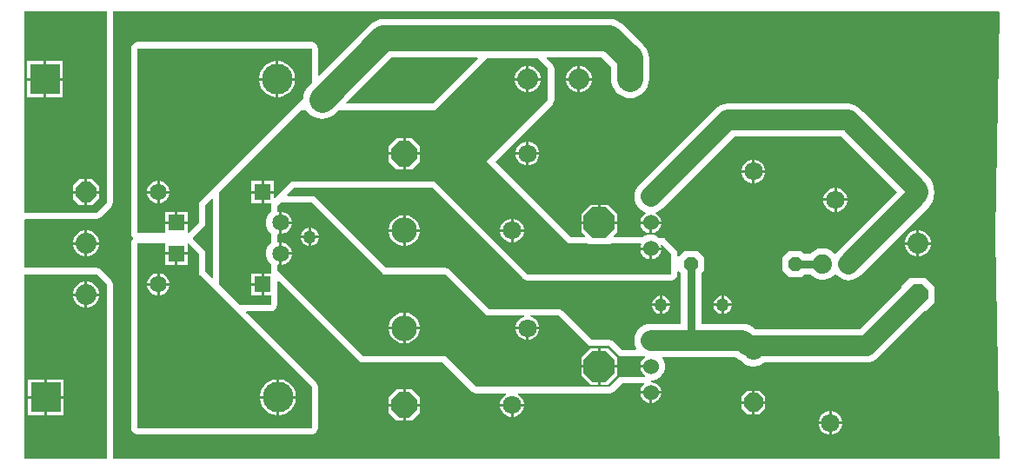
<source format=gbl>
G04*
G04 #@! TF.GenerationSoftware,Altium Limited,Altium Designer,21.6.4 (81)*
G04*
G04 Layer_Physical_Order=2*
G04 Layer_Color=16711680*
%FSLAX25Y25*%
%MOIN*%
G70*
G04*
G04 #@! TF.SameCoordinates,808F6F8F-79D6-47D4-AB02-9EDB2B229DA2*
G04*
G04*
G04 #@! TF.FilePolarity,Positive*
G04*
G01*
G75*
%ADD10C,0.09843*%
%ADD11C,0.07874*%
%ADD12C,0.03150*%
%ADD13R,0.11811X0.11811*%
%ADD14C,0.11811*%
%ADD15P,0.12784X8X112.5*%
%ADD16C,0.09843*%
%ADD17P,0.10653X8X292.5*%
%ADD18C,0.07400*%
%ADD19R,0.06496X0.06496*%
%ADD20C,0.06496*%
%ADD21C,0.06000*%
%ADD22P,0.05629X8X22.5*%
%ADD23C,0.08000*%
%ADD24P,0.08659X8X202.5*%
%ADD25P,0.08659X8X292.5*%
%ADD26C,0.07087*%
%ADD27P,0.07671X8X292.5*%
%ADD28C,0.05000*%
G36*
X31490Y171629D02*
X31496Y171626D01*
Y98425D01*
X27559Y94488D01*
X354D01*
X0Y94842D01*
X28Y171629D01*
X31490D01*
D02*
G37*
G36*
X374009Y171297D02*
X372441Y86178D01*
X374009Y357D01*
X373659Y0D01*
X33904D01*
Y66929D01*
X33721Y67851D01*
X33199Y68632D01*
X29262Y72569D01*
X28481Y73091D01*
X27559Y73275D01*
X0D01*
Y91760D01*
X354Y92080D01*
X27559D01*
X28481Y92263D01*
X29262Y92785D01*
X33199Y96722D01*
X33721Y97504D01*
X33904Y98425D01*
Y171626D01*
X33927Y171654D01*
X373659D01*
X374009Y171297D01*
D02*
G37*
G36*
X31496Y66929D02*
Y0D01*
X0D01*
Y70866D01*
X27559D01*
X31496Y66929D01*
D02*
G37*
%LPC*%
G36*
X14780Y152575D02*
X8374D01*
Y146169D01*
X14780D01*
Y152575D01*
D02*
G37*
G36*
X7374D02*
X969D01*
Y146169D01*
X7374D01*
Y152575D01*
D02*
G37*
G36*
X14780Y145169D02*
X8374D01*
Y138764D01*
X14780D01*
Y145169D01*
D02*
G37*
G36*
X7374D02*
X969D01*
Y138764D01*
X7374D01*
Y145169D01*
D02*
G37*
G36*
X26122Y107362D02*
X24122D01*
Y102862D01*
X28622D01*
Y104862D01*
X26122Y107362D01*
D02*
G37*
G36*
X23122D02*
X21122D01*
X18622Y104862D01*
Y102862D01*
X23122D01*
Y107362D01*
D02*
G37*
G36*
X28622Y101862D02*
X24122D01*
Y97362D01*
X26122D01*
X28622Y99862D01*
Y101862D01*
D02*
G37*
G36*
X23122D02*
X18622D01*
Y99862D01*
X21122Y97362D01*
X23122D01*
Y101862D01*
D02*
G37*
G36*
X224410Y168736D02*
X137795D01*
X136367Y168595D01*
X134994Y168179D01*
X133729Y167503D01*
X132620Y166592D01*
X113107Y147079D01*
X112645Y147270D01*
Y157480D01*
X112461Y158402D01*
X111939Y159183D01*
X111158Y159705D01*
X110236Y159889D01*
X43307D01*
X42385Y159705D01*
X41604Y159183D01*
X41082Y158402D01*
X40899Y157480D01*
Y86614D01*
X41082Y85693D01*
X41572Y84960D01*
X41627Y84788D01*
Y84503D01*
X41572Y84332D01*
X41082Y83599D01*
X40899Y82677D01*
Y11811D01*
X41082Y10889D01*
X41604Y10108D01*
X42385Y9586D01*
X43307Y9403D01*
X110236D01*
X111158Y9586D01*
X111939Y10108D01*
X112461Y10889D01*
X112645Y11811D01*
Y27559D01*
X112461Y28481D01*
X111939Y29262D01*
X85017Y56185D01*
X85208Y56647D01*
X94488D01*
X95410Y56830D01*
X96191Y57352D01*
X96713Y58133D01*
X96897Y59055D01*
Y61319D01*
X96976D01*
Y68256D01*
X97438Y68447D01*
X128218Y37667D01*
X129000Y37145D01*
X129921Y36962D01*
X160420D01*
X171525Y25856D01*
X172307Y25334D01*
X173228Y25151D01*
X184683D01*
X184817Y24651D01*
X184218Y24305D01*
X183372Y23459D01*
X182774Y22423D01*
X182465Y21267D01*
Y21169D01*
X187008D01*
X191551D01*
Y21267D01*
X191242Y22423D01*
X190643Y23459D01*
X189797Y24305D01*
X189199Y24651D01*
X189333Y25151D01*
X224410D01*
X225331Y25334D01*
X226113Y25856D01*
X229344Y29088D01*
X237487D01*
X237629Y28787D01*
X237655Y28588D01*
X236957Y27889D01*
X236430Y26977D01*
X236157Y25960D01*
Y25933D01*
X240158D01*
X244158D01*
Y25960D01*
X243885Y26977D01*
X243358Y27889D01*
X242614Y28634D01*
X241701Y29160D01*
X240684Y29433D01*
X240424D01*
X240157Y29933D01*
X240249Y30071D01*
X240863D01*
X242227Y30436D01*
X243450Y31142D01*
X244448Y32141D01*
X245154Y33363D01*
X245520Y34727D01*
Y36139D01*
X245154Y37503D01*
X244519Y38603D01*
X244715Y39103D01*
X272811D01*
X273083Y38831D01*
X274043Y38044D01*
X274962Y37553D01*
X275763Y36751D01*
X276730Y36105D01*
X277805Y35660D01*
X278946Y35433D01*
X280109D01*
X281250Y35660D01*
X282325Y36105D01*
X283292Y36751D01*
X283518Y36977D01*
X322835D01*
X324069Y37099D01*
X325257Y37459D01*
X326351Y38044D01*
X327310Y38831D01*
X345109Y56630D01*
X345701D01*
X348882Y59811D01*
Y66173D01*
X345701Y69354D01*
X339339D01*
X336157Y66173D01*
Y65582D01*
X320213Y49637D01*
X280181D01*
X279909Y49909D01*
X278950Y50696D01*
X277855Y51281D01*
X276668Y51641D01*
X275433Y51763D01*
X259561D01*
Y71331D01*
X260553Y72322D01*
Y77284D01*
X258072Y79765D01*
X253110D01*
X250940Y77596D01*
X250440Y77803D01*
Y78740D01*
X250257Y79662D01*
X249734Y80443D01*
X246050Y84127D01*
X245760Y84322D01*
X245490Y84544D01*
X245372Y84581D01*
X245269Y84649D01*
X244926Y84718D01*
X244591Y84820D01*
X244468Y84809D01*
X244347Y84833D01*
X244004Y84764D01*
X243656Y84731D01*
X243592Y84712D01*
X243584Y84708D01*
X243450Y84842D01*
X242227Y85548D01*
X240863Y85913D01*
X239452D01*
X238088Y85548D01*
X237027Y84936D01*
X236890Y85004D01*
X236575Y85024D01*
X236266Y85086D01*
X226018Y85086D01*
X225827Y85548D01*
X227378Y87098D01*
Y90051D01*
X220472D01*
X213567D01*
Y87098D01*
X215118Y85548D01*
X214926Y85086D01*
X209659D01*
X180571Y114173D01*
X202490Y136092D01*
X203013Y136874D01*
X203196Y137795D01*
X203196Y149606D01*
X203012Y150528D01*
X202490Y151309D01*
X200163Y153637D01*
X200355Y154099D01*
X221378D01*
X224965Y150512D01*
Y145669D01*
X225105Y144241D01*
X225522Y142869D01*
X226198Y141603D01*
X227108Y140494D01*
Y140494D01*
X228217Y139584D01*
X229483Y138908D01*
X230856Y138491D01*
X232283Y138351D01*
X233711Y138491D01*
X235084Y138908D01*
X236350Y139584D01*
X237459Y140494D01*
X238369Y141603D01*
X239045Y142869D01*
X239461Y144241D01*
X239602Y145669D01*
Y153543D01*
X239461Y154971D01*
X239045Y156344D01*
X238369Y157609D01*
X237459Y158718D01*
X229585Y166592D01*
X228475Y167503D01*
X227210Y168179D01*
X225837Y168595D01*
X224410Y168736D01*
D02*
G37*
G36*
X213257Y150669D02*
X213098D01*
Y146169D01*
X217598D01*
Y146327D01*
X217258Y147599D01*
X216599Y148739D01*
X215669Y149670D01*
X214528Y150329D01*
X213257Y150669D01*
D02*
G37*
G36*
X212098D02*
X211940D01*
X210668Y150329D01*
X209528Y149670D01*
X208597Y148739D01*
X207939Y147599D01*
X207598Y146327D01*
Y146169D01*
X212098D01*
Y150669D01*
D02*
G37*
G36*
X217598Y145169D02*
X213098D01*
Y140669D01*
X213257D01*
X214528Y141010D01*
X215669Y141668D01*
X216599Y142599D01*
X217258Y143739D01*
X217598Y145011D01*
Y145169D01*
D02*
G37*
G36*
X212098D02*
X207598D01*
Y145011D01*
X207939Y143739D01*
X208597Y142599D01*
X209528Y141668D01*
X210668Y141010D01*
X211940Y140669D01*
X212098D01*
Y145169D01*
D02*
G37*
G36*
X193511Y121669D02*
X193413D01*
Y117626D01*
X197457D01*
Y117724D01*
X197147Y118880D01*
X196549Y119916D01*
X195703Y120762D01*
X194667Y121360D01*
X193511Y121669D01*
D02*
G37*
G36*
X192413D02*
X192315D01*
X191160Y121360D01*
X190124Y120762D01*
X189278Y119916D01*
X188680Y118880D01*
X188370Y117724D01*
Y117626D01*
X192413D01*
Y121669D01*
D02*
G37*
G36*
X197457Y116626D02*
X193413D01*
Y112583D01*
X193511D01*
X194667Y112892D01*
X195703Y113490D01*
X196549Y114336D01*
X197147Y115372D01*
X197457Y116528D01*
Y116626D01*
D02*
G37*
G36*
X192413D02*
X188370D01*
Y116528D01*
X188680Y115372D01*
X189278Y114336D01*
X190124Y113490D01*
X191160Y112892D01*
X192315Y112583D01*
X192413D01*
Y116626D01*
D02*
G37*
G36*
X280126Y114779D02*
X280028D01*
Y110736D01*
X284071D01*
Y110834D01*
X283761Y111990D01*
X283163Y113026D01*
X282317Y113872D01*
X281281Y114470D01*
X280126Y114779D01*
D02*
G37*
G36*
X279028D02*
X278929D01*
X277774Y114470D01*
X276738Y113872D01*
X275892Y113026D01*
X275294Y111990D01*
X274984Y110834D01*
Y110736D01*
X279028D01*
Y114779D01*
D02*
G37*
G36*
X284071Y109736D02*
X280028D01*
Y105693D01*
X280126D01*
X281281Y106002D01*
X282317Y106601D01*
X283163Y107447D01*
X283761Y108483D01*
X284071Y109638D01*
Y109736D01*
D02*
G37*
G36*
X279028D02*
X274984D01*
Y109638D01*
X275294Y108483D01*
X275892Y107447D01*
X276738Y106601D01*
X277774Y106002D01*
X278929Y105693D01*
X279028D01*
Y109736D01*
D02*
G37*
G36*
X311622Y103953D02*
X311524D01*
Y99910D01*
X315567D01*
Y100008D01*
X315257Y101163D01*
X314659Y102199D01*
X313813Y103045D01*
X312777Y103643D01*
X311622Y103953D01*
D02*
G37*
G36*
X310524D02*
X310425D01*
X309270Y103643D01*
X308234Y103045D01*
X307388Y102199D01*
X306790Y101163D01*
X306480Y100008D01*
Y99910D01*
X310524D01*
Y103953D01*
D02*
G37*
G36*
X315567Y98909D02*
X311524D01*
Y94866D01*
X311622D01*
X312777Y95176D01*
X313813Y95774D01*
X314659Y96620D01*
X315257Y97656D01*
X315567Y98811D01*
Y98909D01*
D02*
G37*
G36*
X310524D02*
X306480D01*
Y98811D01*
X306790Y97656D01*
X307388Y96620D01*
X308234Y95774D01*
X309270Y95176D01*
X310425Y94866D01*
X310524D01*
Y98909D01*
D02*
G37*
G36*
X223925Y97457D02*
X220972D01*
Y91051D01*
X227378D01*
Y94004D01*
X223925Y97457D01*
D02*
G37*
G36*
X219972D02*
X217020D01*
X213567Y94004D01*
Y91051D01*
X219972D01*
Y97457D01*
D02*
G37*
G36*
X244158Y90051D02*
X240657D01*
Y86551D01*
X240684D01*
X241701Y86824D01*
X242614Y87350D01*
X243358Y88095D01*
X243885Y89007D01*
X244158Y90025D01*
Y90051D01*
D02*
G37*
G36*
X239657D02*
X236157D01*
Y90025D01*
X236430Y89007D01*
X236957Y88095D01*
X237701Y87350D01*
X238614Y86824D01*
X239631Y86551D01*
X239657D01*
Y90051D01*
D02*
G37*
G36*
X343178Y87677D02*
X343020D01*
Y83177D01*
X347520D01*
Y83335D01*
X347179Y84607D01*
X346521Y85747D01*
X345590Y86678D01*
X344450Y87336D01*
X343178Y87677D01*
D02*
G37*
G36*
X342020D02*
X341861D01*
X340590Y87336D01*
X339450Y86678D01*
X338519Y85747D01*
X337860Y84607D01*
X337520Y83335D01*
Y83177D01*
X342020D01*
Y87677D01*
D02*
G37*
G36*
X24280D02*
X24122D01*
Y83177D01*
X28622D01*
Y83335D01*
X28281Y84607D01*
X27623Y85747D01*
X26692Y86678D01*
X25552Y87336D01*
X24280Y87677D01*
D02*
G37*
G36*
X23122D02*
X22964D01*
X21692Y87336D01*
X20552Y86678D01*
X19621Y85747D01*
X18963Y84607D01*
X18622Y83335D01*
Y83177D01*
X23122D01*
Y87677D01*
D02*
G37*
G36*
X269528Y136251D02*
X268293Y136129D01*
X267105Y135769D01*
X266011Y135184D01*
X265052Y134397D01*
X265052Y134397D01*
X235682Y105027D01*
X234894Y104068D01*
X234310Y102973D01*
X233949Y101786D01*
X233828Y100551D01*
X233949Y99316D01*
X234310Y98129D01*
X234894Y97035D01*
X235682Y96075D01*
X236641Y95288D01*
X237735Y94703D01*
X238138Y94581D01*
X238200Y94040D01*
X237701Y93752D01*
X236957Y93007D01*
X236430Y92095D01*
X236157Y91078D01*
Y91051D01*
X240158D01*
X244158D01*
Y91078D01*
X243885Y92095D01*
X243358Y93007D01*
X242614Y93752D01*
X242115Y94040D01*
X242177Y94581D01*
X242580Y94703D01*
X243674Y95288D01*
X244633Y96075D01*
X272149Y123592D01*
X313323D01*
X334592Y102323D01*
X311548Y79279D01*
X311170Y78818D01*
X310549Y78851D01*
X309888Y79512D01*
X308895Y80175D01*
X307792Y80632D01*
X306621Y80865D01*
X305427D01*
X304255Y80632D01*
X303152Y80175D01*
X302159Y79512D01*
X301421Y78774D01*
X299063D01*
X298072Y79765D01*
X293109D01*
X290628Y77284D01*
Y72322D01*
X293109Y69841D01*
X298072D01*
X299063Y70832D01*
X301421D01*
X302159Y70094D01*
X303152Y69431D01*
X304255Y68974D01*
X305427Y68741D01*
X306621D01*
X307792Y68974D01*
X308895Y69431D01*
X309888Y70094D01*
X310549Y70756D01*
X311170Y70788D01*
X311548Y70327D01*
X312507Y69540D01*
X313601Y68955D01*
X314789Y68595D01*
X316024Y68474D01*
X317259Y68595D01*
X318446Y68955D01*
X319540Y69540D01*
X320499Y70327D01*
X346932Y96760D01*
X346933Y96760D01*
X347720Y97720D01*
X348305Y98814D01*
X348665Y100001D01*
X348786Y101236D01*
X348786Y101236D01*
Y101256D01*
X348882Y101736D01*
Y102989D01*
X348775Y103527D01*
X348665Y104644D01*
X348305Y105832D01*
X347720Y106926D01*
X346933Y107885D01*
X346932Y107885D01*
X321405Y133413D01*
X320864Y133856D01*
X320421Y134397D01*
X319461Y135184D01*
X318367Y135769D01*
X317180Y136129D01*
X315945Y136251D01*
X269528D01*
X269528Y136251D01*
D02*
G37*
G36*
X347520Y82177D02*
X343020D01*
Y77677D01*
X343178D01*
X344450Y78018D01*
X345590Y78676D01*
X346521Y79607D01*
X347179Y80747D01*
X347520Y82019D01*
Y82177D01*
D02*
G37*
G36*
X342020D02*
X337520D01*
Y82019D01*
X337860Y80747D01*
X338519Y79607D01*
X339450Y78676D01*
X340590Y78018D01*
X341861Y77677D01*
X342020D01*
Y82177D01*
D02*
G37*
G36*
X28622Y82177D02*
X24122D01*
Y77677D01*
X24280D01*
X25552Y78018D01*
X26692Y78676D01*
X27623Y79607D01*
X28281Y80747D01*
X28622Y82019D01*
Y82177D01*
D02*
G37*
G36*
X23122D02*
X18622D01*
Y82019D01*
X18963Y80747D01*
X19621Y79607D01*
X20552Y78676D01*
X21692Y78018D01*
X22964Y77677D01*
X23122D01*
Y82177D01*
D02*
G37*
G36*
X268216Y62545D02*
Y59555D01*
X271206D01*
X270978Y60406D01*
X270517Y61204D01*
X269866Y61856D01*
X269068Y62317D01*
X268216Y62545D01*
D02*
G37*
G36*
X267216D02*
X266366Y62317D01*
X265567Y61856D01*
X264916Y61204D01*
X264455Y60406D01*
X264227Y59555D01*
X267216D01*
Y62545D01*
D02*
G37*
G36*
X271206Y58555D02*
X268216D01*
Y55566D01*
X269068Y55794D01*
X269866Y56254D01*
X270517Y56906D01*
X270978Y57704D01*
X271206Y58555D01*
D02*
G37*
G36*
X267216D02*
X264227D01*
X264455Y57704D01*
X264916Y56906D01*
X265567Y56254D01*
X266366Y55794D01*
X267216Y55566D01*
Y58555D01*
D02*
G37*
G36*
X281799Y26197D02*
X280028D01*
Y22153D01*
X284071D01*
Y23925D01*
X281799Y26197D01*
D02*
G37*
G36*
X279028D02*
X277256D01*
X274984Y23925D01*
Y22153D01*
X279028D01*
Y26197D01*
D02*
G37*
G36*
X244158Y24933D02*
X240657D01*
Y21433D01*
X240684D01*
X241701Y21706D01*
X242614Y22232D01*
X243358Y22977D01*
X243885Y23889D01*
X244158Y24906D01*
Y24933D01*
D02*
G37*
G36*
X239657D02*
X236157D01*
Y24906D01*
X236430Y23889D01*
X236957Y22977D01*
X237701Y22232D01*
X238614Y21706D01*
X239631Y21433D01*
X239657D01*
Y24933D01*
D02*
G37*
G36*
X148630Y26591D02*
X146169D01*
Y21169D01*
X151591D01*
Y23630D01*
X148630Y26591D01*
D02*
G37*
G36*
X145169D02*
X142709D01*
X139748Y23630D01*
Y21169D01*
X145169D01*
Y26591D01*
D02*
G37*
G36*
X284071Y21154D02*
X280028D01*
Y17110D01*
X281799D01*
X284071Y19382D01*
Y21154D01*
D02*
G37*
G36*
X279028D02*
X274984D01*
Y19382D01*
X277256Y17110D01*
X279028D01*
Y21154D01*
D02*
G37*
G36*
X191551Y20169D02*
X187508D01*
Y16126D01*
X187606D01*
X188761Y16436D01*
X189797Y17034D01*
X190643Y17880D01*
X191242Y18916D01*
X191551Y20071D01*
Y20169D01*
D02*
G37*
G36*
X186508D02*
X182465D01*
Y20071D01*
X182774Y18916D01*
X183372Y17880D01*
X184218Y17034D01*
X185254Y16436D01*
X186410Y16126D01*
X186508D01*
Y20169D01*
D02*
G37*
G36*
X151591D02*
X146169D01*
Y14748D01*
X148630D01*
X151591Y17709D01*
Y20169D01*
D02*
G37*
G36*
X145169D02*
X139748D01*
Y17709D01*
X142709Y14748D01*
X145169D01*
Y20169D01*
D02*
G37*
G36*
X309653Y18323D02*
X309555D01*
Y14279D01*
X313598D01*
Y14378D01*
X313289Y15533D01*
X312691Y16569D01*
X311845Y17415D01*
X310809Y18013D01*
X309653Y18323D01*
D02*
G37*
G36*
X308555D02*
X308457D01*
X307301Y18013D01*
X306265Y17415D01*
X305420Y16569D01*
X304821Y15533D01*
X304512Y14378D01*
Y14279D01*
X308555D01*
Y18323D01*
D02*
G37*
G36*
X313598Y13280D02*
X309555D01*
Y9236D01*
X309653D01*
X310809Y9546D01*
X311845Y10144D01*
X312691Y10990D01*
X313289Y12026D01*
X313598Y13181D01*
Y13280D01*
D02*
G37*
G36*
X308555D02*
X304512D01*
Y13181D01*
X304821Y12026D01*
X305420Y10990D01*
X306265Y10144D01*
X307301Y9546D01*
X308457Y9236D01*
X308555D01*
Y13280D01*
D02*
G37*
%LPD*%
G36*
X173853Y153637D02*
X156483Y136267D01*
X123648D01*
X123457Y136729D01*
X140827Y154099D01*
X173661D01*
X173853Y153637D01*
D02*
G37*
G36*
X196850Y153543D02*
X200787Y149606D01*
X200787Y137795D01*
X177165Y114173D01*
X208661Y82677D01*
X215945D01*
X216339Y82284D01*
X224606D01*
X225000Y82677D01*
X236266Y82677D01*
X236516Y82244D01*
X236430Y82095D01*
X236157Y81078D01*
Y81051D01*
X240158D01*
X244158D01*
Y81078D01*
X243885Y82095D01*
X244283Y82405D01*
X244347Y82424D01*
X248031Y78740D01*
Y70866D01*
X192913D01*
X157480Y106299D01*
X102362D01*
X96076Y100013D01*
X95614Y100205D01*
Y101862D01*
X91866D01*
Y98114D01*
X94488D01*
Y94733D01*
X93751Y93996D01*
X93012Y92717D01*
X92630Y91290D01*
Y89813D01*
X93012Y88386D01*
X93751Y87106D01*
X94488Y86369D01*
Y82922D01*
X93751Y82185D01*
X93012Y80906D01*
X92630Y79479D01*
Y78002D01*
X93012Y76575D01*
X93751Y75295D01*
X94488Y74558D01*
Y71177D01*
X91866D01*
Y66929D01*
Y62681D01*
X94488D01*
Y59055D01*
X82677D01*
X74803Y66929D01*
X74803Y102362D01*
X106299Y133858D01*
X108019D01*
X108088Y133729D01*
X108998Y132620D01*
X110107Y131710D01*
X111372Y131034D01*
X112745Y130617D01*
X114173Y130477D01*
X115601Y130617D01*
X116974Y131034D01*
X118239Y131710D01*
X119348Y132620D01*
X120586Y133858D01*
X157480D01*
X177165Y153543D01*
X196850Y153543D01*
D02*
G37*
G36*
X110236Y144209D02*
X108998Y142970D01*
X108998Y142970D01*
X108088Y141861D01*
X107412Y140596D01*
X106995Y139223D01*
X106915Y138411D01*
X66929Y98425D01*
Y90551D01*
X62992Y86614D01*
X62488D01*
Y90051D01*
X58240D01*
X53992D01*
Y86614D01*
X43307D01*
Y157480D01*
X110236D01*
Y144209D01*
D02*
G37*
G36*
X110236Y98425D02*
X137795Y70866D01*
X161417D01*
X177165Y55118D01*
X191794D01*
X191860Y54618D01*
X191160Y54431D01*
X190124Y53832D01*
X189278Y52987D01*
X188680Y51951D01*
X188370Y50795D01*
Y50697D01*
X192913D01*
X197457D01*
Y50795D01*
X197147Y51951D01*
X196549Y52987D01*
X195703Y53832D01*
X194667Y54431D01*
X193967Y54618D01*
X194033Y55118D01*
X204724D01*
X216535Y43307D01*
X224410D01*
X228346Y39370D01*
X237977D01*
X238110Y38870D01*
X237701Y38634D01*
X236957Y37889D01*
X236430Y36977D01*
X236157Y35960D01*
Y35933D01*
X240158D01*
Y34933D01*
X236157D01*
Y34907D01*
X236430Y33889D01*
X236957Y32977D01*
X237701Y32232D01*
X238110Y31996D01*
X237977Y31496D01*
X228346D01*
X224410Y27559D01*
X173228D01*
X161417Y39370D01*
X129921D01*
X96976Y72315D01*
Y72539D01*
X96897D01*
Y74185D01*
X97392Y74570D01*
X97681Y74492D01*
X97740D01*
Y78740D01*
Y82988D01*
X97681D01*
X97392Y82911D01*
X96897Y83296D01*
Y85996D01*
X97392Y86381D01*
X97681Y86303D01*
X97740D01*
Y90551D01*
Y94799D01*
X97681D01*
X97392Y94722D01*
X96897Y95107D01*
Y96752D01*
X96976D01*
Y96976D01*
X98425Y98425D01*
X110236Y98425D01*
D02*
G37*
G36*
X66929Y78740D02*
Y70866D01*
X110236Y27559D01*
Y11811D01*
X43307D01*
Y82677D01*
X53992D01*
Y79240D01*
X58240D01*
X62488D01*
Y82677D01*
X62992D01*
X66929Y78740D01*
D02*
G37*
G36*
X72395Y99831D02*
X72395Y69460D01*
X71933Y69269D01*
X69338Y71864D01*
Y78740D01*
X69154Y79662D01*
X68632Y80443D01*
X64737Y84338D01*
X64672Y84534D01*
Y84757D01*
X64737Y84953D01*
X68632Y88848D01*
X69154Y89630D01*
X69338Y90551D01*
Y97428D01*
X71933Y100023D01*
X72395Y99831D01*
D02*
G37*
G36*
X191210Y69163D02*
X191992Y68641D01*
X192913Y68458D01*
X248031D01*
X248953Y68641D01*
X249734Y69163D01*
X250257Y69944D01*
X250440Y70866D01*
Y71803D01*
X250940Y72010D01*
X251620Y71331D01*
Y51763D01*
X240158D01*
X238923Y51641D01*
X237735Y51281D01*
X236641Y50696D01*
X235682Y49909D01*
X234894Y48950D01*
X234310Y47855D01*
X233949Y46668D01*
X233828Y45433D01*
X233949Y44198D01*
X234310Y43011D01*
X234701Y42279D01*
X234401Y41779D01*
X229344D01*
X226113Y45010D01*
X225331Y45532D01*
X224410Y45716D01*
X217533D01*
X206428Y56821D01*
X205646Y57343D01*
X204724Y57527D01*
X194033D01*
X193724Y57465D01*
X193410Y57445D01*
X193267Y57374D01*
X193111Y57343D01*
X192913Y57211D01*
X192716Y57343D01*
X192560Y57374D01*
X192417Y57445D01*
X192103Y57465D01*
X191794Y57527D01*
X178163D01*
X163120Y72569D01*
X162339Y73091D01*
X161417Y73275D01*
X138793D01*
X111939Y100128D01*
X111158Y100650D01*
X110236Y100834D01*
X100956Y100834D01*
X100765Y101296D01*
X103360Y103891D01*
X156483D01*
X191210Y69163D01*
D02*
G37*
%LPC*%
G36*
X193572Y150669D02*
X193413D01*
Y146169D01*
X197913D01*
Y146327D01*
X197573Y147599D01*
X196914Y148739D01*
X195984Y149670D01*
X194843Y150329D01*
X193572Y150669D01*
D02*
G37*
G36*
X192413D02*
X192255D01*
X190983Y150329D01*
X189843Y149670D01*
X188912Y148739D01*
X188254Y147599D01*
X187913Y146327D01*
Y146169D01*
X192413D01*
Y150669D01*
D02*
G37*
G36*
X197913Y145169D02*
X193413D01*
Y140669D01*
X193572D01*
X194843Y141010D01*
X195984Y141668D01*
X196914Y142599D01*
X197573Y143739D01*
X197913Y145011D01*
Y145169D01*
D02*
G37*
G36*
X192413D02*
X187913D01*
Y145011D01*
X188254Y143739D01*
X188912Y142599D01*
X189843Y141668D01*
X190983Y141010D01*
X192255Y140669D01*
X192413D01*
Y145169D01*
D02*
G37*
G36*
X148630Y123047D02*
X146169D01*
Y117626D01*
X151591D01*
Y120087D01*
X148630Y123047D01*
D02*
G37*
G36*
X145169D02*
X142709D01*
X139748Y120087D01*
Y117626D01*
X145169D01*
Y123047D01*
D02*
G37*
G36*
X151591Y116626D02*
X146169D01*
Y111205D01*
X148630D01*
X151591Y114165D01*
Y116626D01*
D02*
G37*
G36*
X145169D02*
X139748D01*
Y114165D01*
X142709Y111205D01*
X145169D01*
Y116626D01*
D02*
G37*
G36*
X95614Y106610D02*
X91866D01*
Y102862D01*
X95614D01*
Y106610D01*
D02*
G37*
G36*
X90866D02*
X87118D01*
Y102862D01*
X90866D01*
Y106610D01*
D02*
G37*
G36*
Y101862D02*
X87118D01*
Y98114D01*
X90866D01*
Y101862D01*
D02*
G37*
G36*
X187606Y92142D02*
X187508D01*
Y88098D01*
X191551D01*
Y88197D01*
X191242Y89352D01*
X190643Y90388D01*
X189797Y91234D01*
X188761Y91832D01*
X187606Y92142D01*
D02*
G37*
G36*
X186508D02*
X186410D01*
X185254Y91832D01*
X184218Y91234D01*
X183372Y90388D01*
X182774Y89352D01*
X182465Y88197D01*
Y88098D01*
X186508D01*
Y92142D01*
D02*
G37*
G36*
X191551Y87098D02*
X187508D01*
Y83055D01*
X187606D01*
X188761Y83365D01*
X189797Y83963D01*
X190643Y84809D01*
X191242Y85845D01*
X191551Y87000D01*
Y87098D01*
D02*
G37*
G36*
X186508D02*
X182465D01*
Y87000D01*
X182774Y85845D01*
X183372Y84809D01*
X184218Y83963D01*
X185254Y83365D01*
X186410Y83055D01*
X186508D01*
Y87098D01*
D02*
G37*
G36*
X244158Y80051D02*
X240657D01*
Y76551D01*
X240684D01*
X241701Y76824D01*
X242614Y77350D01*
X243358Y78095D01*
X243885Y79007D01*
X244158Y80025D01*
Y80051D01*
D02*
G37*
G36*
X239657D02*
X236157D01*
Y80025D01*
X236430Y79007D01*
X236957Y78095D01*
X237701Y77350D01*
X238614Y76824D01*
X239631Y76551D01*
X239657D01*
Y80051D01*
D02*
G37*
G36*
X90866Y71177D02*
X87118D01*
Y67429D01*
X90866D01*
Y71177D01*
D02*
G37*
G36*
Y66429D02*
X87118D01*
Y62681D01*
X90866D01*
Y66429D01*
D02*
G37*
G36*
X97546Y152575D02*
X97366D01*
Y146169D01*
X103772D01*
Y146349D01*
X103506Y147684D01*
X102986Y148940D01*
X102230Y150071D01*
X101268Y151033D01*
X100137Y151789D01*
X98880Y152309D01*
X97546Y152575D01*
D02*
G37*
G36*
X96366D02*
X96186D01*
X94852Y152309D01*
X93595Y151789D01*
X92464Y151033D01*
X91502Y150071D01*
X90747Y148940D01*
X90226Y147684D01*
X89961Y146349D01*
Y146169D01*
X96366D01*
Y152575D01*
D02*
G37*
G36*
X103772Y145169D02*
X97366D01*
Y138764D01*
X97546D01*
X98880Y139029D01*
X100137Y139550D01*
X101268Y140305D01*
X102230Y141267D01*
X102986Y142398D01*
X103506Y143655D01*
X103772Y144989D01*
Y145169D01*
D02*
G37*
G36*
X96366D02*
X89961D01*
Y144989D01*
X90226Y143655D01*
X90747Y142398D01*
X91502Y141267D01*
X92464Y140305D01*
X93595Y139550D01*
X94852Y139029D01*
X96186Y138764D01*
X96366D01*
Y145169D01*
D02*
G37*
G36*
X51925Y106610D02*
X51866D01*
Y102862D01*
X55614D01*
Y102921D01*
X55325Y104002D01*
X54765Y104971D01*
X53974Y105762D01*
X53006Y106321D01*
X51925Y106610D01*
D02*
G37*
G36*
X50866D02*
X50807D01*
X49727Y106321D01*
X48758Y105762D01*
X47967Y104971D01*
X47408Y104002D01*
X47118Y102921D01*
Y102862D01*
X50866D01*
Y106610D01*
D02*
G37*
G36*
X55614Y101862D02*
X51866D01*
Y98114D01*
X51925D01*
X53006Y98404D01*
X53974Y98963D01*
X54765Y99754D01*
X55325Y100723D01*
X55614Y101803D01*
Y101862D01*
D02*
G37*
G36*
X50866D02*
X47118D01*
Y101803D01*
X47408Y100723D01*
X47967Y99754D01*
X48758Y98963D01*
X49727Y98404D01*
X50807Y98114D01*
X50866D01*
Y101862D01*
D02*
G37*
G36*
X62488Y94799D02*
X58740D01*
Y91051D01*
X62488D01*
Y94799D01*
D02*
G37*
G36*
X57740D02*
X53992D01*
Y91051D01*
X57740D01*
Y94799D01*
D02*
G37*
G36*
X98799D02*
X98740D01*
Y91051D01*
X102488D01*
Y91110D01*
X102199Y92191D01*
X101639Y93160D01*
X100848Y93950D01*
X99880Y94510D01*
X98799Y94799D01*
D02*
G37*
G36*
X102488Y90051D02*
X98740D01*
Y86303D01*
X98799D01*
X99880Y86593D01*
X100848Y87152D01*
X101639Y87943D01*
X102199Y88911D01*
X102488Y89992D01*
Y90051D01*
D02*
G37*
G36*
X109935Y88637D02*
Y85648D01*
X112925D01*
X112697Y86499D01*
X112236Y87297D01*
X111585Y87948D01*
X110786Y88409D01*
X109935Y88637D01*
D02*
G37*
G36*
X108935D02*
X108085Y88409D01*
X107287Y87948D01*
X106635Y87297D01*
X106174Y86499D01*
X105946Y85648D01*
X108935D01*
Y88637D01*
D02*
G37*
G36*
X112925Y84648D02*
X109935D01*
Y81658D01*
X110786Y81886D01*
X111585Y82347D01*
X112236Y82999D01*
X112697Y83797D01*
X112925Y84648D01*
D02*
G37*
G36*
X108935D02*
X105946D01*
X106174Y83797D01*
X106635Y82999D01*
X107287Y82347D01*
X108085Y81886D01*
X108935Y81658D01*
Y84648D01*
D02*
G37*
G36*
X98799Y82988D02*
X98740D01*
Y79240D01*
X102488D01*
Y79299D01*
X102199Y80380D01*
X101639Y81349D01*
X100848Y82139D01*
X99880Y82699D01*
X98799Y82988D01*
D02*
G37*
G36*
X102488Y78240D02*
X98740D01*
Y74492D01*
X98799D01*
X99880Y74782D01*
X100848Y75341D01*
X101639Y76132D01*
X102199Y77100D01*
X102488Y78181D01*
Y78240D01*
D02*
G37*
G36*
X146253Y56118D02*
X146169D01*
Y50697D01*
X151591D01*
Y50780D01*
X151363Y51924D01*
X150917Y53002D01*
X150269Y53971D01*
X149444Y54796D01*
X148474Y55444D01*
X147397Y55891D01*
X146253Y56118D01*
D02*
G37*
G36*
X145169D02*
X145086D01*
X143942Y55891D01*
X142865Y55444D01*
X141895Y54796D01*
X141070Y53971D01*
X140422Y53002D01*
X139976Y51924D01*
X139748Y50780D01*
Y50697D01*
X145169D01*
Y56118D01*
D02*
G37*
G36*
X197457Y49697D02*
X193413D01*
Y45654D01*
X193511D01*
X194667Y45963D01*
X195703Y46561D01*
X196549Y47407D01*
X197147Y48443D01*
X197457Y49599D01*
Y49697D01*
D02*
G37*
G36*
X192413D02*
X188370D01*
Y49599D01*
X188680Y48443D01*
X189278Y47407D01*
X190124Y46561D01*
X191160Y45963D01*
X192315Y45654D01*
X192413D01*
Y49697D01*
D02*
G37*
G36*
X151591D02*
X146169D01*
Y44276D01*
X146253D01*
X147397Y44503D01*
X148474Y44949D01*
X149444Y45597D01*
X150269Y46422D01*
X150917Y47392D01*
X151363Y48470D01*
X151591Y49614D01*
Y49697D01*
D02*
G37*
G36*
X145169D02*
X139748D01*
Y49614D01*
X139976Y48470D01*
X140422Y47392D01*
X141070Y46422D01*
X141895Y45597D01*
X142865Y44949D01*
X143942Y44503D01*
X145086Y44276D01*
X145169D01*
Y49697D01*
D02*
G37*
G36*
X223925Y42339D02*
X220972D01*
Y35933D01*
X227378D01*
Y38886D01*
X223925Y42339D01*
D02*
G37*
G36*
X219972D02*
X217020D01*
X213567Y38886D01*
Y35933D01*
X219972D01*
Y42339D01*
D02*
G37*
G36*
X227378Y34933D02*
X220972D01*
Y28528D01*
X223925D01*
X227378Y31980D01*
Y34933D01*
D02*
G37*
G36*
X219972D02*
X213567D01*
Y31980D01*
X217020Y28528D01*
X219972D01*
Y34933D01*
D02*
G37*
G36*
X62488Y78240D02*
X58740D01*
Y74492D01*
X62488D01*
Y78240D01*
D02*
G37*
G36*
X57740D02*
X53992D01*
Y74492D01*
X57740D01*
Y78240D01*
D02*
G37*
G36*
X51925Y71177D02*
X51866D01*
Y67429D01*
X55614D01*
Y67488D01*
X55325Y68569D01*
X54765Y69538D01*
X53974Y70328D01*
X53006Y70888D01*
X51925Y71177D01*
D02*
G37*
G36*
X50866D02*
X50807D01*
X49727Y70888D01*
X48758Y70328D01*
X47967Y69538D01*
X47408Y68569D01*
X47118Y67488D01*
Y67429D01*
X50866D01*
Y71177D01*
D02*
G37*
G36*
X55614Y66429D02*
X51866D01*
Y62681D01*
X51925D01*
X53006Y62971D01*
X53974Y63530D01*
X54765Y64321D01*
X55325Y65289D01*
X55614Y66370D01*
Y66429D01*
D02*
G37*
G36*
X50866D02*
X47118D01*
Y66370D01*
X47408Y65289D01*
X47967Y64321D01*
X48758Y63530D01*
X49727Y62971D01*
X50807Y62681D01*
X50866D01*
Y66429D01*
D02*
G37*
G36*
X97861Y30528D02*
X97681D01*
Y24122D01*
X104087D01*
Y24302D01*
X103821Y25636D01*
X103301Y26893D01*
X102545Y28024D01*
X101583Y28986D01*
X100452Y29742D01*
X99195Y30262D01*
X97861Y30528D01*
D02*
G37*
G36*
X96681D02*
X96501D01*
X95167Y30262D01*
X93910Y29742D01*
X92779Y28986D01*
X91817Y28024D01*
X91062Y26893D01*
X90541Y25636D01*
X90276Y24302D01*
Y24122D01*
X96681D01*
Y30528D01*
D02*
G37*
G36*
X104087Y23122D02*
X97681D01*
Y16716D01*
X97861D01*
X99195Y16982D01*
X100452Y17503D01*
X101583Y18258D01*
X102545Y19220D01*
X103301Y20351D01*
X103821Y21608D01*
X104087Y22942D01*
Y23122D01*
D02*
G37*
G36*
X96681D02*
X90276D01*
Y22942D01*
X90541Y21608D01*
X91062Y20351D01*
X91817Y19220D01*
X92779Y18258D01*
X93910Y17503D01*
X95167Y16982D01*
X96501Y16716D01*
X96681D01*
Y23122D01*
D02*
G37*
G36*
X146253Y93520D02*
X146169D01*
Y88098D01*
X151591D01*
Y88182D01*
X151363Y89326D01*
X150917Y90403D01*
X150269Y91373D01*
X149444Y92198D01*
X148474Y92846D01*
X147397Y93292D01*
X146253Y93520D01*
D02*
G37*
G36*
X145169D02*
X145086D01*
X143942Y93292D01*
X142865Y92846D01*
X141895Y92198D01*
X141070Y91373D01*
X140422Y90403D01*
X139976Y89326D01*
X139748Y88182D01*
Y88098D01*
X145169D01*
Y93520D01*
D02*
G37*
G36*
X151591Y87098D02*
X146169D01*
Y81677D01*
X146253D01*
X147397Y81905D01*
X148474Y82351D01*
X149444Y82999D01*
X150269Y83824D01*
X150917Y84794D01*
X151363Y85871D01*
X151591Y87015D01*
Y87098D01*
D02*
G37*
G36*
X145169D02*
X139748D01*
Y87015D01*
X139976Y85871D01*
X140422Y84794D01*
X141070Y83824D01*
X141895Y82999D01*
X142865Y82351D01*
X143942Y81905D01*
X145086Y81677D01*
X145169D01*
Y87098D01*
D02*
G37*
G36*
X244595Y62545D02*
Y59555D01*
X247584D01*
X247356Y60406D01*
X246895Y61204D01*
X246244Y61856D01*
X245445Y62317D01*
X244595Y62545D01*
D02*
G37*
G36*
X243595D02*
X242743Y62317D01*
X241945Y61856D01*
X241294Y61204D01*
X240833Y60406D01*
X240605Y59555D01*
X243595D01*
Y62545D01*
D02*
G37*
G36*
X247584Y58555D02*
X244595D01*
Y55566D01*
X245445Y55794D01*
X246244Y56254D01*
X246895Y56906D01*
X247356Y57704D01*
X247584Y58555D01*
D02*
G37*
G36*
X243595D02*
X240605D01*
X240833Y57704D01*
X241294Y56906D01*
X241945Y56254D01*
X242743Y55794D01*
X243595Y55566D01*
Y58555D01*
D02*
G37*
G36*
X24280Y67992D02*
X24122D01*
Y63492D01*
X28622D01*
Y63650D01*
X28281Y64922D01*
X27623Y66062D01*
X26692Y66993D01*
X25552Y67651D01*
X24280Y67992D01*
D02*
G37*
G36*
X23122D02*
X22964D01*
X21692Y67651D01*
X20552Y66993D01*
X19621Y66062D01*
X18963Y64922D01*
X18622Y63650D01*
Y63492D01*
X23122D01*
Y67992D01*
D02*
G37*
G36*
X28622Y62492D02*
X24122D01*
Y57992D01*
X24280D01*
X25552Y58333D01*
X26692Y58991D01*
X27623Y59922D01*
X28281Y61062D01*
X28622Y62334D01*
Y62492D01*
D02*
G37*
G36*
X23122D02*
X18622D01*
Y62334D01*
X18963Y61062D01*
X19621Y59922D01*
X20552Y58991D01*
X21692Y58333D01*
X22964Y57992D01*
X23122D01*
Y62492D01*
D02*
G37*
G36*
X15094Y30528D02*
X8689D01*
Y24122D01*
X15094D01*
Y30528D01*
D02*
G37*
G36*
X7689D02*
X1283D01*
Y24122D01*
X7689D01*
Y30528D01*
D02*
G37*
G36*
X15094Y23122D02*
X8689D01*
Y16716D01*
X15094D01*
Y23122D01*
D02*
G37*
G36*
X7689D02*
X1283D01*
Y16716D01*
X7689D01*
Y23122D01*
D02*
G37*
%LPD*%
D10*
X224410Y161417D02*
X232283Y153543D01*
X137795Y161417D02*
X224410D01*
X114173Y137795D02*
X137795Y161417D01*
X114173Y137795D02*
X114173D01*
X232283Y145669D02*
Y153543D01*
Y145669D02*
X232283Y145669D01*
D11*
X255906Y45433D02*
X275433D01*
X277559Y43307D01*
X240158Y45433D02*
X255906D01*
X277559Y43307D02*
X322835D01*
X342520Y62992D01*
X240158Y100551D02*
X269528Y129921D01*
X315945D01*
X342457Y102425D02*
X342520Y102362D01*
X342457Y102425D02*
Y103409D01*
X316929Y128937D02*
X342457Y103409D01*
Y101236D02*
Y102299D01*
X316024Y74803D02*
X342457Y101236D01*
Y102299D02*
X342520Y102362D01*
D12*
X255591Y45748D02*
X255906Y45433D01*
X255591Y45748D02*
Y74803D01*
X295590D02*
X306024D01*
D13*
X8189Y23622D02*
D03*
X7874Y145669D02*
D03*
D14*
X97181Y23622D02*
D03*
X96866Y145669D02*
D03*
D15*
X220472Y90551D02*
D03*
Y35433D02*
D03*
D16*
X145669Y87598D02*
D03*
Y50197D02*
D03*
D17*
Y117126D02*
D03*
Y20669D02*
D03*
D18*
X306024Y74803D02*
D03*
X316024D02*
D03*
D19*
X58240Y90551D02*
D03*
X91366Y102362D02*
D03*
Y66929D02*
D03*
X58240Y78740D02*
D03*
D20*
X98240Y90551D02*
D03*
X51366Y102362D02*
D03*
Y66929D02*
D03*
X98240Y78740D02*
D03*
D21*
X240158Y45433D02*
D03*
Y25433D02*
D03*
Y35433D02*
D03*
Y100551D02*
D03*
Y80551D02*
D03*
Y90551D02*
D03*
D22*
X295590Y74803D02*
D03*
X255591D02*
D03*
D23*
X342520Y102362D02*
D03*
Y82677D02*
D03*
X23622Y62992D02*
D03*
Y82677D02*
D03*
X192913Y145669D02*
D03*
X212598D02*
D03*
D24*
X342520Y62992D02*
D03*
X23622Y102362D02*
D03*
D25*
X232283Y145669D02*
D03*
D26*
X316929Y128937D02*
D03*
X311024Y99410D02*
D03*
X309055Y13780D02*
D03*
X314961Y43307D02*
D03*
X187008Y87598D02*
D03*
X192913Y117126D02*
D03*
X187008Y20669D02*
D03*
X192913Y50197D02*
D03*
X279528Y110236D02*
D03*
Y41339D02*
D03*
D27*
Y129921D02*
D03*
Y21654D02*
D03*
D28*
X109435Y85148D02*
D03*
X267717Y59055D02*
D03*
X244094D02*
D03*
X114173Y137795D02*
D03*
M02*

</source>
